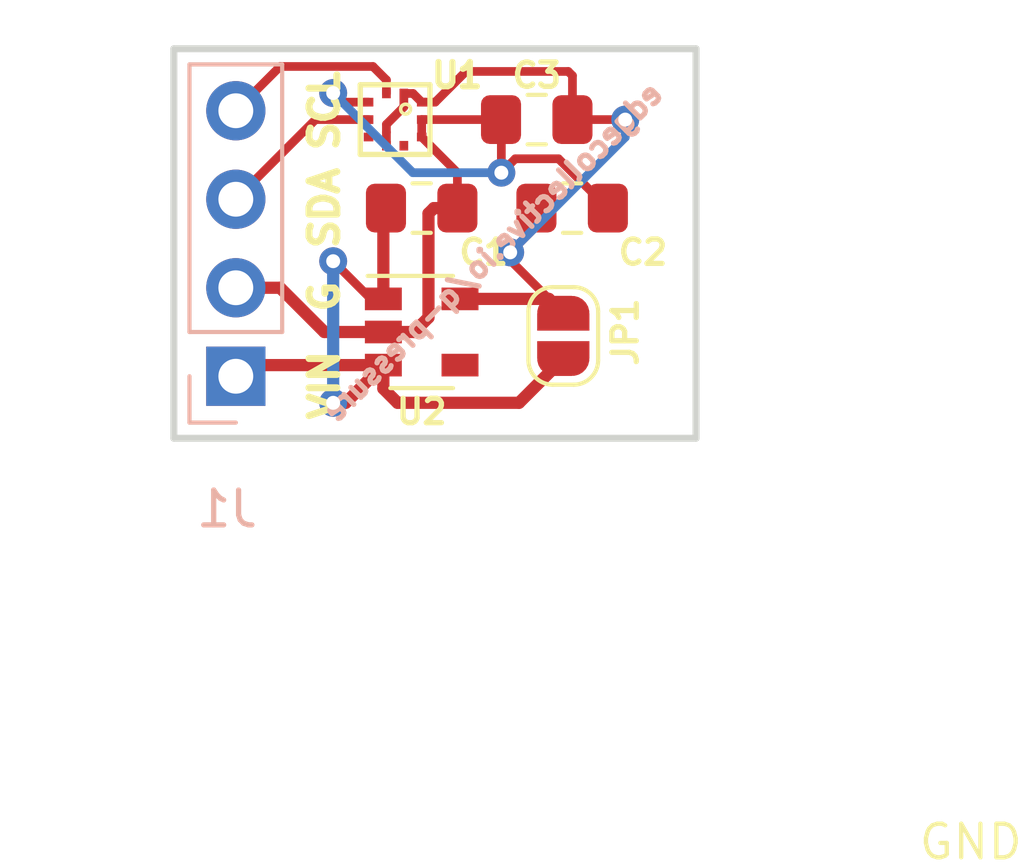
<source format=kicad_pcb>
(kicad_pcb (version 20171130) (host pcbnew 5.0.2-bee76a0~70~ubuntu18.04.1)

  (general
    (thickness 1.6)
    (drawings 11)
    (tracks 68)
    (zones 0)
    (modules 7)
    (nets 6)
  )

  (page A4)
  (layers
    (0 Top signal)
    (31 Bottom signal)
    (32 B.Adhes user)
    (33 F.Adhes user)
    (34 B.Paste user)
    (35 F.Paste user)
    (36 B.SilkS user)
    (37 F.SilkS user)
    (38 B.Mask user)
    (39 F.Mask user)
    (40 Dwgs.User user)
    (41 Cmts.User user)
    (42 Eco1.User user)
    (43 Eco2.User user)
    (44 Edge.Cuts user)
    (45 Margin user)
    (46 B.CrtYd user)
    (47 F.CrtYd user)
    (48 B.Fab user)
    (49 F.Fab user)
  )

  (setup
    (last_trace_width 0.25)
    (user_trace_width 0.35)
    (trace_clearance 0.2)
    (zone_clearance 0.508)
    (zone_45_only no)
    (trace_min 0.2)
    (segment_width 0.2)
    (edge_width 0.15)
    (via_size 0.8)
    (via_drill 0.4)
    (via_min_size 0.4)
    (via_min_drill 0.3)
    (uvia_size 0.3)
    (uvia_drill 0.1)
    (uvias_allowed no)
    (uvia_min_size 0.2)
    (uvia_min_drill 0.1)
    (pcb_text_width 0.3)
    (pcb_text_size 1.5 1.5)
    (mod_edge_width 0.15)
    (mod_text_size 1 1)
    (mod_text_width 0.15)
    (pad_size 1.524 1.524)
    (pad_drill 0.762)
    (pad_to_mask_clearance 0.051)
    (solder_mask_min_width 0.25)
    (aux_axis_origin 0 0)
    (visible_elements FFFDFF7F)
    (pcbplotparams
      (layerselection 0x010fc_ffffffff)
      (usegerberextensions false)
      (usegerberattributes false)
      (usegerberadvancedattributes false)
      (creategerberjobfile false)
      (excludeedgelayer true)
      (linewidth 0.100000)
      (plotframeref false)
      (viasonmask false)
      (mode 1)
      (useauxorigin false)
      (hpglpennumber 1)
      (hpglpenspeed 20)
      (hpglpendiameter 15.000000)
      (psnegative false)
      (psa4output false)
      (plotreference true)
      (plotvalue true)
      (plotinvisibletext false)
      (padsonsilk false)
      (subtractmaskfromsilk false)
      (outputformat 1)
      (mirror false)
      (drillshape 1)
      (scaleselection 1)
      (outputdirectory ""))
  )

  (net 0 "")
  (net 1 GND)
  (net 2 3.3V)
  (net 3 VIN)
  (net 4 SCL)
  (net 5 SDA)

  (net_class Default "This is the default net class."
    (clearance 0.2)
    (trace_width 0.25)
    (via_dia 0.8)
    (via_drill 0.4)
    (uvia_dia 0.3)
    (uvia_drill 0.1)
    (add_net 3.3V)
    (add_net GND)
    (add_net SCL)
    (add_net SDA)
    (add_net VIN)
  )

  (module "Adafruit BMP388:BMP388" (layer Top) (tedit 0) (tstamp 5CEB0FD9)
    (at 128.27 88.392)
    (path /7C8C299E06F92037)
    (fp_text reference IC1 (at 0 0) (layer F.SilkS) hide
      (effects (font (size 1.27 1.27) (thickness 0.15)) (justify right top))
    )
    (fp_text value BMP388 (at 0 0) (layer F.SilkS) hide
      (effects (font (size 1.27 1.27) (thickness 0.15)) (justify right top))
    )
    (fp_circle (center 0.3 -0.3) (end 0.441418 -0.3) (layer F.SilkS) (width 0.1016))
    (fp_line (start -1 1) (end -1 -1) (layer F.SilkS) (width 0.1524))
    (fp_line (start 1 1) (end -1 1) (layer F.SilkS) (width 0.1524))
    (fp_line (start 1 -1) (end 1 1) (layer F.SilkS) (width 0.1524))
    (fp_line (start -1 -1) (end 1 -1) (layer F.SilkS) (width 0.1524))
    (pad 1 smd rect (at 0.25 -0.75 180) (size 0.25 0.275) (layers Top F.Paste F.Mask)
      (net 2 3.3V) (solder_mask_margin 0.0508))
    (pad 2 smd rect (at -0.25 -0.75 180) (size 0.25 0.275) (layers Top F.Paste F.Mask)
      (net 4 SCL) (solder_mask_margin 0.0508))
    (pad 5 smd rect (at -0.7625 0.5 90) (size 0.25 0.275) (layers Top F.Paste F.Mask)
      (solder_mask_margin 0.0508))
    (pad 4 smd rect (at -0.7625 0 90) (size 0.25 0.275) (layers Top F.Paste F.Mask)
      (net 5 SDA) (solder_mask_margin 0.0508))
    (pad 3 smd rect (at -0.7625 -0.5 90) (size 0.25 0.275) (layers Top F.Paste F.Mask)
      (net 1 GND) (solder_mask_margin 0.0508))
    (pad 8 smd rect (at 0.7625 0.5 90) (size 0.25 0.275) (layers Top F.Paste F.Mask)
      (net 1 GND) (solder_mask_margin 0.0508))
    (pad 10 smd rect (at 0.7625 -0.5 90) (size 0.25 0.275) (layers Top F.Paste F.Mask)
      (net 2 3.3V) (solder_mask_margin 0.0508))
    (pad 9 smd rect (at 0.7625 0 90) (size 0.25 0.275) (layers Top F.Paste F.Mask)
      (net 1 GND) (solder_mask_margin 0.0508))
    (pad 7 smd rect (at 0.25 0.75 180) (size 0.25 0.275) (layers Top F.Paste F.Mask)
      (solder_mask_margin 0.0508))
    (pad 6 smd rect (at -0.25 0.75 180) (size 0.25 0.275) (layers Top F.Paste F.Mask)
      (net 2 3.3V) (solder_mask_margin 0.0508))
  )

  (module Capacitor_SMD:C_0805_2012Metric_Pad1.15x1.40mm_HandSolder (layer Top) (tedit 5CEB0DE8) (tstamp 5CF7E963)
    (at 129.032 90.932)
    (descr "Capacitor SMD 0805 (2012 Metric), square (rectangular) end terminal, IPC_7351 nominal with elongated pad for handsoldering. (Body size source: https://docs.google.com/spreadsheets/d/1BsfQQcO9C6DZCsRaXUlFlo91Tg2WpOkGARC1WS5S8t0/edit?usp=sharing), generated with kicad-footprint-generator")
    (tags "capacitor handsolder")
    (path /23009AF2D1512118)
    (attr smd)
    (fp_text reference C1 (at 1.778 1.27) (layer F.SilkS)
      (effects (font (size 0.7 0.7) (thickness 0.15)))
    )
    (fp_text value 10uF (at 0 1.65) (layer F.Fab)
      (effects (font (size 1 1) (thickness 0.15)))
    )
    (fp_text user %R (at 0 0) (layer F.Fab)
      (effects (font (size 0.5 0.5) (thickness 0.08)))
    )
    (fp_line (start 1.85 0.95) (end -1.85 0.95) (layer F.CrtYd) (width 0.05))
    (fp_line (start 1.85 -0.95) (end 1.85 0.95) (layer F.CrtYd) (width 0.05))
    (fp_line (start -1.85 -0.95) (end 1.85 -0.95) (layer F.CrtYd) (width 0.05))
    (fp_line (start -1.85 0.95) (end -1.85 -0.95) (layer F.CrtYd) (width 0.05))
    (fp_line (start -0.261252 0.71) (end 0.261252 0.71) (layer F.SilkS) (width 0.12))
    (fp_line (start -0.261252 -0.71) (end 0.261252 -0.71) (layer F.SilkS) (width 0.12))
    (fp_line (start 1 0.6) (end -1 0.6) (layer F.Fab) (width 0.1))
    (fp_line (start 1 -0.6) (end 1 0.6) (layer F.Fab) (width 0.1))
    (fp_line (start -1 -0.6) (end 1 -0.6) (layer F.Fab) (width 0.1))
    (fp_line (start -1 0.6) (end -1 -0.6) (layer F.Fab) (width 0.1))
    (pad 2 smd roundrect (at 1.025 0) (size 1.15 1.4) (layers Top F.Paste F.Mask) (roundrect_rratio 0.217391)
      (net 1 GND))
    (pad 1 smd roundrect (at -1.025 0) (size 1.15 1.4) (layers Top F.Paste F.Mask) (roundrect_rratio 0.217391)
      (net 3 VIN))
    (model ${KISYS3DMOD}/Capacitor_SMD.3dshapes/C_0805_2012Metric.wrl
      (at (xyz 0 0 0))
      (scale (xyz 1 1 1))
      (rotate (xyz 0 0 0))
    )
  )

  (module Capacitor_SMD:C_0805_2012Metric_Pad1.15x1.40mm_HandSolder (layer Top) (tedit 5CEB0DEF) (tstamp 5CF7EE60)
    (at 133.35 90.932)
    (descr "Capacitor SMD 0805 (2012 Metric), square (rectangular) end terminal, IPC_7351 nominal with elongated pad for handsoldering. (Body size source: https://docs.google.com/spreadsheets/d/1BsfQQcO9C6DZCsRaXUlFlo91Tg2WpOkGARC1WS5S8t0/edit?usp=sharing), generated with kicad-footprint-generator")
    (tags "capacitor handsolder")
    (path /4ED27554B94C3227)
    (attr smd)
    (fp_text reference C2 (at 2.032 1.27) (layer F.SilkS)
      (effects (font (size 0.7 0.7) (thickness 0.15)))
    )
    (fp_text value 0.1uF (at 0 1.65) (layer F.Fab)
      (effects (font (size 1 1) (thickness 0.15)))
    )
    (fp_line (start -1 0.6) (end -1 -0.6) (layer F.Fab) (width 0.1))
    (fp_line (start -1 -0.6) (end 1 -0.6) (layer F.Fab) (width 0.1))
    (fp_line (start 1 -0.6) (end 1 0.6) (layer F.Fab) (width 0.1))
    (fp_line (start 1 0.6) (end -1 0.6) (layer F.Fab) (width 0.1))
    (fp_line (start -0.261252 -0.71) (end 0.261252 -0.71) (layer F.SilkS) (width 0.12))
    (fp_line (start -0.261252 0.71) (end 0.261252 0.71) (layer F.SilkS) (width 0.12))
    (fp_line (start -1.85 0.95) (end -1.85 -0.95) (layer F.CrtYd) (width 0.05))
    (fp_line (start -1.85 -0.95) (end 1.85 -0.95) (layer F.CrtYd) (width 0.05))
    (fp_line (start 1.85 -0.95) (end 1.85 0.95) (layer F.CrtYd) (width 0.05))
    (fp_line (start 1.85 0.95) (end -1.85 0.95) (layer F.CrtYd) (width 0.05))
    (fp_text user %R (at 0 0) (layer F.Fab)
      (effects (font (size 0.5 0.5) (thickness 0.08)))
    )
    (pad 1 smd roundrect (at -1.025 0) (size 1.15 1.4) (layers Top F.Paste F.Mask) (roundrect_rratio 0.217391)
      (net 2 3.3V))
    (pad 2 smd roundrect (at 1.025 0) (size 1.15 1.4) (layers Top F.Paste F.Mask) (roundrect_rratio 0.217391)
      (net 1 GND))
    (model ${KISYS3DMOD}/Capacitor_SMD.3dshapes/C_0805_2012Metric.wrl
      (at (xyz 0 0 0))
      (scale (xyz 1 1 1))
      (rotate (xyz 0 0 0))
    )
  )

  (module Capacitor_SMD:C_0805_2012Metric_Pad1.15x1.40mm_HandSolder (layer Top) (tedit 5CEB0E16) (tstamp 5CF7FC50)
    (at 132.334 88.392 180)
    (descr "Capacitor SMD 0805 (2012 Metric), square (rectangular) end terminal, IPC_7351 nominal with elongated pad for handsoldering. (Body size source: https://docs.google.com/spreadsheets/d/1BsfQQcO9C6DZCsRaXUlFlo91Tg2WpOkGARC1WS5S8t0/edit?usp=sharing), generated with kicad-footprint-generator")
    (tags "capacitor handsolder")
    (path /BCDE55D9FA3B87C3)
    (attr smd)
    (fp_text reference C3 (at 0 1.27 180) (layer F.SilkS)
      (effects (font (size 0.7 0.7) (thickness 0.15)))
    )
    (fp_text value 10uF (at 0 1.65 180) (layer F.Fab)
      (effects (font (size 1 1) (thickness 0.15)))
    )
    (fp_line (start -1 0.6) (end -1 -0.6) (layer F.Fab) (width 0.1))
    (fp_line (start -1 -0.6) (end 1 -0.6) (layer F.Fab) (width 0.1))
    (fp_line (start 1 -0.6) (end 1 0.6) (layer F.Fab) (width 0.1))
    (fp_line (start 1 0.6) (end -1 0.6) (layer F.Fab) (width 0.1))
    (fp_line (start -0.261252 -0.71) (end 0.261252 -0.71) (layer F.SilkS) (width 0.12))
    (fp_line (start -0.261252 0.71) (end 0.261252 0.71) (layer F.SilkS) (width 0.12))
    (fp_line (start -1.85 0.95) (end -1.85 -0.95) (layer F.CrtYd) (width 0.05))
    (fp_line (start -1.85 -0.95) (end 1.85 -0.95) (layer F.CrtYd) (width 0.05))
    (fp_line (start 1.85 -0.95) (end 1.85 0.95) (layer F.CrtYd) (width 0.05))
    (fp_line (start 1.85 0.95) (end -1.85 0.95) (layer F.CrtYd) (width 0.05))
    (fp_text user %R (at 0 0 180) (layer F.Fab)
      (effects (font (size 0.5 0.5) (thickness 0.08)))
    )
    (pad 1 smd roundrect (at -1.025 0 180) (size 1.15 1.4) (layers Top F.Paste F.Mask) (roundrect_rratio 0.217391)
      (net 2 3.3V))
    (pad 2 smd roundrect (at 1.025 0 180) (size 1.15 1.4) (layers Top F.Paste F.Mask) (roundrect_rratio 0.217391)
      (net 1 GND))
    (model ${KISYS3DMOD}/Capacitor_SMD.3dshapes/C_0805_2012Metric.wrl
      (at (xyz 0 0 0))
      (scale (xyz 1 1 1))
      (rotate (xyz 0 0 0))
    )
  )

  (module Package_TO_SOT_SMD:SOT-23-5 (layer Top) (tedit 5CEB0E00) (tstamp 5CF7EC35)
    (at 129.032 94.488)
    (descr "5-pin SOT23 package")
    (tags SOT-23-5)
    (path /8DB0DD7560D488E9)
    (attr smd)
    (fp_text reference U2 (at 0 2.286) (layer F.SilkS)
      (effects (font (size 0.7 0.7) (thickness 0.15)))
    )
    (fp_text value MIC5225-3.3 (at 0 2.9) (layer F.Fab)
      (effects (font (size 1 1) (thickness 0.15)))
    )
    (fp_text user %R (at 0 0 90) (layer F.Fab)
      (effects (font (size 0.5 0.5) (thickness 0.075)))
    )
    (fp_line (start -0.9 1.61) (end 0.9 1.61) (layer F.SilkS) (width 0.12))
    (fp_line (start 0.9 -1.61) (end -1.55 -1.61) (layer F.SilkS) (width 0.12))
    (fp_line (start -1.9 -1.8) (end 1.9 -1.8) (layer F.CrtYd) (width 0.05))
    (fp_line (start 1.9 -1.8) (end 1.9 1.8) (layer F.CrtYd) (width 0.05))
    (fp_line (start 1.9 1.8) (end -1.9 1.8) (layer F.CrtYd) (width 0.05))
    (fp_line (start -1.9 1.8) (end -1.9 -1.8) (layer F.CrtYd) (width 0.05))
    (fp_line (start -0.9 -0.9) (end -0.25 -1.55) (layer F.Fab) (width 0.1))
    (fp_line (start 0.9 -1.55) (end -0.25 -1.55) (layer F.Fab) (width 0.1))
    (fp_line (start -0.9 -0.9) (end -0.9 1.55) (layer F.Fab) (width 0.1))
    (fp_line (start 0.9 1.55) (end -0.9 1.55) (layer F.Fab) (width 0.1))
    (fp_line (start 0.9 -1.55) (end 0.9 1.55) (layer F.Fab) (width 0.1))
    (pad 1 smd rect (at -1.1 -0.95) (size 1.06 0.65) (layers Top F.Paste F.Mask)
      (net 3 VIN))
    (pad 2 smd rect (at -1.1 0) (size 1.06 0.65) (layers Top F.Paste F.Mask)
      (net 1 GND))
    (pad 3 smd rect (at -1.1 0.95) (size 1.06 0.65) (layers Top F.Paste F.Mask)
      (net 3 VIN))
    (pad 4 smd rect (at 1.1 0.95) (size 1.06 0.65) (layers Top F.Paste F.Mask))
    (pad 5 smd rect (at 1.1 -0.95) (size 1.06 0.65) (layers Top F.Paste F.Mask)
      (net 2 3.3V))
    (model ${KISYS3DMOD}/Package_TO_SOT_SMD.3dshapes/SOT-23-5.wrl
      (at (xyz 0 0 0))
      (scale (xyz 1 1 1))
      (rotate (xyz 0 0 0))
    )
  )

  (module Connector_PinHeader_2.54mm:PinHeader_1x04_P2.54mm_Vertical (layer Bottom) (tedit 59FED5CC) (tstamp 5CF7E80F)
    (at 123.698 95.758)
    (descr "Through hole straight pin header, 1x04, 2.54mm pitch, single row")
    (tags "Through hole pin header THT 1x04 2.54mm single row")
    (path /5CEB11E1)
    (fp_text reference J1 (at -0.254 3.81) (layer B.SilkS)
      (effects (font (size 1 1) (thickness 0.15)) (justify mirror))
    )
    (fp_text value Conn_01x04_Male (at 0 -9.95) (layer B.Fab)
      (effects (font (size 1 1) (thickness 0.15)) (justify mirror))
    )
    (fp_line (start -0.635 1.27) (end 1.27 1.27) (layer B.Fab) (width 0.1))
    (fp_line (start 1.27 1.27) (end 1.27 -8.89) (layer B.Fab) (width 0.1))
    (fp_line (start 1.27 -8.89) (end -1.27 -8.89) (layer B.Fab) (width 0.1))
    (fp_line (start -1.27 -8.89) (end -1.27 0.635) (layer B.Fab) (width 0.1))
    (fp_line (start -1.27 0.635) (end -0.635 1.27) (layer B.Fab) (width 0.1))
    (fp_line (start -1.33 -8.95) (end 1.33 -8.95) (layer B.SilkS) (width 0.12))
    (fp_line (start -1.33 -1.27) (end -1.33 -8.95) (layer B.SilkS) (width 0.12))
    (fp_line (start 1.33 -1.27) (end 1.33 -8.95) (layer B.SilkS) (width 0.12))
    (fp_line (start -1.33 -1.27) (end 1.33 -1.27) (layer B.SilkS) (width 0.12))
    (fp_line (start -1.33 0) (end -1.33 1.33) (layer B.SilkS) (width 0.12))
    (fp_line (start -1.33 1.33) (end 0 1.33) (layer B.SilkS) (width 0.12))
    (fp_line (start -1.8 1.8) (end -1.8 -9.4) (layer B.CrtYd) (width 0.05))
    (fp_line (start -1.8 -9.4) (end 1.8 -9.4) (layer B.CrtYd) (width 0.05))
    (fp_line (start 1.8 -9.4) (end 1.8 1.8) (layer B.CrtYd) (width 0.05))
    (fp_line (start 1.8 1.8) (end -1.8 1.8) (layer B.CrtYd) (width 0.05))
    (fp_text user %R (at 0 -3.81 -90) (layer B.Fab)
      (effects (font (size 1 1) (thickness 0.15)) (justify mirror))
    )
    (pad 1 thru_hole rect (at 0 0) (size 1.7 1.7) (drill 1) (layers *.Cu *.Mask)
      (net 3 VIN))
    (pad 2 thru_hole oval (at 0 -2.54) (size 1.7 1.7) (drill 1) (layers *.Cu *.Mask)
      (net 1 GND))
    (pad 3 thru_hole oval (at 0 -5.08) (size 1.7 1.7) (drill 1) (layers *.Cu *.Mask)
      (net 5 SDA))
    (pad 4 thru_hole oval (at 0 -7.62) (size 1.7 1.7) (drill 1) (layers *.Cu *.Mask)
      (net 4 SCL))
    (model ${KISYS3DMOD}/Connector_PinHeader_2.54mm.3dshapes/PinHeader_1x04_P2.54mm_Vertical.wrl
      (at (xyz 0 0 0))
      (scale (xyz 1 1 1))
      (rotate (xyz 0 0 0))
    )
  )

  (module Jumper:SolderJumper-2_P1.3mm_Open_RoundedPad1.0x1.5mm (layer Top) (tedit 5CEB0DF6) (tstamp 5CF7E821)
    (at 133.096 94.6 90)
    (descr "SMD Solder Jumper, 1x1.5mm, rounded Pads, 0.3mm gap, open")
    (tags "solder jumper open")
    (path /5CEB1B60)
    (attr virtual)
    (fp_text reference JP1 (at 0.112 1.778 90) (layer F.SilkS)
      (effects (font (size 0.7 0.7) (thickness 0.15)))
    )
    (fp_text value SolderJumper_2_Open (at 0 1.9 90) (layer F.Fab)
      (effects (font (size 1 1) (thickness 0.15)))
    )
    (fp_arc (start 0.7 -0.3) (end 1.4 -0.3) (angle -90) (layer F.SilkS) (width 0.12))
    (fp_arc (start 0.7 0.3) (end 0.7 1) (angle -90) (layer F.SilkS) (width 0.12))
    (fp_arc (start -0.7 0.3) (end -1.4 0.3) (angle -90) (layer F.SilkS) (width 0.12))
    (fp_arc (start -0.7 -0.3) (end -0.7 -1) (angle -90) (layer F.SilkS) (width 0.12))
    (fp_line (start -1.4 0.3) (end -1.4 -0.3) (layer F.SilkS) (width 0.12))
    (fp_line (start 0.7 1) (end -0.7 1) (layer F.SilkS) (width 0.12))
    (fp_line (start 1.4 -0.3) (end 1.4 0.3) (layer F.SilkS) (width 0.12))
    (fp_line (start -0.7 -1) (end 0.7 -1) (layer F.SilkS) (width 0.12))
    (fp_line (start -1.65 -1.25) (end 1.65 -1.25) (layer F.CrtYd) (width 0.05))
    (fp_line (start -1.65 -1.25) (end -1.65 1.25) (layer F.CrtYd) (width 0.05))
    (fp_line (start 1.65 1.25) (end 1.65 -1.25) (layer F.CrtYd) (width 0.05))
    (fp_line (start 1.65 1.25) (end -1.65 1.25) (layer F.CrtYd) (width 0.05))
    (pad 1 smd custom (at -0.65 0 90) (size 1 0.5) (layers Top F.Mask)
      (net 3 VIN) (zone_connect 0)
      (options (clearance outline) (anchor rect))
      (primitives
        (gr_circle (center 0 0.25) (end 0.5 0.25) (width 0))
        (gr_circle (center 0 -0.25) (end 0.5 -0.25) (width 0))
        (gr_poly (pts
           (xy 0 -0.75) (xy 0.5 -0.75) (xy 0.5 0.75) (xy 0 0.75)) (width 0))
      ))
    (pad 2 smd custom (at 0.65 0 90) (size 1 0.5) (layers Top F.Mask)
      (net 2 3.3V) (zone_connect 0)
      (options (clearance outline) (anchor rect))
      (primitives
        (gr_circle (center 0 0.25) (end 0.5 0.25) (width 0))
        (gr_circle (center 0 -0.25) (end 0.5 -0.25) (width 0))
        (gr_poly (pts
           (xy 0 -0.75) (xy -0.5 -0.75) (xy -0.5 0.75) (xy 0 0.75)) (width 0))
      ))
  )

  (gr_text edgecollective.io/q-pressure (at 131.064 92.202 45) (layer B.SilkS) (tstamp 5CF7FACE)
    (effects (font (size 0.6 0.6) (thickness 0.15)) (justify mirror))
  )
  (gr_text U1 (at 130.048 87.122) (layer F.SilkS)
    (effects (font (size 0.7 0.7) (thickness 0.175)))
  )
  (gr_line (start 136.906 86.36) (end 136.906 97.536) (layer Edge.Cuts) (width 0.2))
  (gr_line (start 121.92 86.36) (end 121.92 97.536) (layer Edge.Cuts) (width 0.2))
  (gr_line (start 121.92 97.536) (end 136.906 97.536) (layer Edge.Cuts) (width 0.2))
  (gr_line (start 121.92 86.36) (end 136.906 86.36) (layer Edge.Cuts) (width 0.2))
  (gr_text SCL (at 126.238 88.138 90) (layer F.SilkS) (tstamp 5CF7F09C)
    (effects (font (size 0.8 0.8) (thickness 0.2)))
  )
  (gr_text SDA (at 126.238 90.932 90) (layer F.SilkS) (tstamp 5CF7F09A)
    (effects (font (size 0.8 0.8) (thickness 0.2)))
  )
  (gr_text G (at 126.238 93.472 90) (layer F.SilkS) (tstamp 5CF7F095)
    (effects (font (size 0.8 0.8) (thickness 0.2)))
  )
  (gr_text VIN (at 126.238 96.012 90) (layer F.SilkS)
    (effects (font (size 0.8 0.8) (thickness 0.2)))
  )
  (gr_text GND (at 146.3421 108.5596) (layer F.SilkS) (tstamp 55B9C934B770)
    (effects (font (size 0.9652 0.9652) (thickness 0.12192)) (justify right top))
  )

  (segment (start 129.382 90.932) (end 130.057 90.932) (width 0.35) (layer Top) (net 1))
  (segment (start 129.226999 91.087001) (end 129.382 90.932) (width 0.35) (layer Top) (net 1))
  (segment (start 129.226999 94.073001) (end 129.226999 91.087001) (width 0.35) (layer Top) (net 1))
  (segment (start 128.812 94.488) (end 129.226999 94.073001) (width 0.35) (layer Top) (net 1))
  (segment (start 127.932 94.488) (end 128.812 94.488) (width 0.35) (layer Top) (net 1))
  (segment (start 131.309 88.392) (end 129.0325 88.392) (width 0.25) (layer Top) (net 1))
  (segment (start 130.057 89.9165) (end 129.0325 88.892) (width 0.25) (layer Top) (net 1))
  (segment (start 130.057 90.932) (end 130.057 89.9165) (width 0.25) (layer Top) (net 1))
  (segment (start 129.0325 88.392) (end 129.0325 88.892) (width 0.25) (layer Top) (net 1))
  (via (at 126.492 87.63) (size 0.8) (drill 0.4) (layers Top Bottom) (net 1))
  (segment (start 127.5075 87.892) (end 126.754 87.892) (width 0.25) (layer Top) (net 1))
  (segment (start 126.754 87.892) (end 126.492 87.63) (width 0.25) (layer Top) (net 1))
  (via (at 131.318 89.916) (size 0.8) (drill 0.4) (layers Top Bottom) (net 1))
  (segment (start 126.492 87.63) (end 128.778 89.916) (width 0.25) (layer Bottom) (net 1))
  (segment (start 128.778 89.916) (end 131.318 89.916) (width 0.25) (layer Bottom) (net 1))
  (segment (start 131.318 88.401) (end 131.309 88.392) (width 0.25) (layer Top) (net 1))
  (segment (start 131.318 89.916) (end 131.318 88.401) (width 0.25) (layer Top) (net 1))
  (segment (start 132.959001 89.516001) (end 133.751628 90.308628) (width 0.25) (layer Top) (net 1))
  (segment (start 133.751628 90.308628) (end 134.375 90.932) (width 0.25) (layer Top) (net 1))
  (segment (start 131.717999 89.516001) (end 132.959001 89.516001) (width 0.25) (layer Top) (net 1))
  (segment (start 131.318 89.916) (end 131.717999 89.516001) (width 0.25) (layer Top) (net 1))
  (segment (start 124.968 93.218) (end 123.698 93.218) (width 0.35) (layer Top) (net 1))
  (segment (start 127.932 94.488) (end 126.238 94.488) (width 0.35) (layer Top) (net 1))
  (segment (start 126.238 94.488) (end 124.968 93.218) (width 0.35) (layer Top) (net 1))
  (segment (start 132.684 93.538) (end 133.096 93.95) (width 0.35) (layer Top) (net 2))
  (segment (start 130.132 93.538) (end 132.684 93.538) (width 0.35) (layer Top) (net 2))
  (segment (start 128.7825 87.642) (end 129.0325 87.892) (width 0.25) (layer Top) (net 2))
  (segment (start 128.52 87.642) (end 128.7825 87.642) (width 0.25) (layer Top) (net 2))
  (segment (start 128.02 88.7545) (end 128.02 89.142) (width 0.25) (layer Top) (net 2))
  (segment (start 128.02 88.5295) (end 128.02 88.7545) (width 0.25) (layer Top) (net 2))
  (segment (start 128.52 88.0295) (end 128.02 88.5295) (width 0.25) (layer Top) (net 2))
  (segment (start 128.52 87.642) (end 128.52 88.0295) (width 0.25) (layer Top) (net 2))
  (segment (start 133.359 87.131) (end 133.359 88.392) (width 0.25) (layer Top) (net 2))
  (segment (start 133.238 87.01) (end 133.359 87.131) (width 0.25) (layer Top) (net 2))
  (segment (start 130.302 87.01) (end 133.238 87.01) (width 0.25) (layer Top) (net 2))
  (segment (start 129.0325 87.892) (end 129.42 87.892) (width 0.25) (layer Top) (net 2))
  (segment (start 129.42 87.892) (end 130.302 87.01) (width 0.25) (layer Top) (net 2))
  (via (at 131.572 92.202) (size 0.8) (drill 0.4) (layers Top Bottom) (net 2))
  (segment (start 132.325 90.932) (end 132.325 91.449) (width 0.25) (layer Top) (net 2))
  (segment (start 132.325 91.449) (end 131.572 92.202) (width 0.25) (layer Top) (net 2))
  (via (at 134.874 88.392) (size 0.8) (drill 0.4) (layers Top Bottom) (net 2))
  (segment (start 131.572 92.202) (end 134.874 88.9) (width 0.25) (layer Bottom) (net 2))
  (segment (start 134.874 88.9) (end 134.874 88.392) (width 0.25) (layer Bottom) (net 2))
  (segment (start 134.874 88.392) (end 133.359 88.392) (width 0.25) (layer Top) (net 2))
  (segment (start 131.572 92.426) (end 133.096 93.95) (width 0.25) (layer Top) (net 2))
  (segment (start 131.572 92.202) (end 131.572 92.426) (width 0.25) (layer Top) (net 2))
  (segment (start 127.612 95.758) (end 127.932 95.438) (width 0.35) (layer Top) (net 3))
  (segment (start 127.932 91.007) (end 128.007 90.932) (width 0.35) (layer Top) (net 3))
  (segment (start 127.932 93.538) (end 127.932 91.007) (width 0.35) (layer Top) (net 3))
  (segment (start 127.932 96.113) (end 128.339 96.52) (width 0.35) (layer Top) (net 3))
  (segment (start 127.932 95.438) (end 127.932 96.113) (width 0.35) (layer Top) (net 3))
  (segment (start 131.826 96.52) (end 133.096 95.25) (width 0.35) (layer Top) (net 3))
  (segment (start 128.339 96.52) (end 131.826 96.52) (width 0.35) (layer Top) (net 3))
  (via (at 126.492 92.456) (size 0.8) (drill 0.4) (layers Top Bottom) (net 3))
  (segment (start 127.932 93.538) (end 127.574 93.538) (width 0.25) (layer Top) (net 3))
  (segment (start 127.574 93.538) (end 126.492 92.456) (width 0.25) (layer Top) (net 3))
  (segment (start 124.018 95.438) (end 123.698 95.758) (width 0.35) (layer Top) (net 3))
  (segment (start 127.932 95.438) (end 124.018 95.438) (width 0.35) (layer Top) (net 3))
  (via (at 126.492 96.52) (size 0.8) (drill 0.4) (layers Top Bottom) (net 3))
  (segment (start 126.492 92.456) (end 126.492 96.52) (width 0.35) (layer Bottom) (net 3))
  (segment (start 126.85 96.52) (end 127.932 95.438) (width 0.35) (layer Top) (net 3))
  (segment (start 126.492 96.52) (end 126.85 96.52) (width 0.35) (layer Top) (net 3))
  (segment (start 127.6335 86.868) (end 124.968 86.868) (width 0.25) (layer Top) (net 4))
  (segment (start 124.968 86.868) (end 123.698 88.138) (width 0.25) (layer Top) (net 4))
  (segment (start 128.02 87.642) (end 128.02 87.2545) (width 0.25) (layer Top) (net 4))
  (segment (start 128.02 87.2545) (end 127.6335 86.868) (width 0.25) (layer Top) (net 4))
  (segment (start 125.984 88.392) (end 123.698 90.678) (width 0.25) (layer Top) (net 5))
  (segment (start 125.984 88.392) (end 127.5075 88.392) (width 0.25) (layer Top) (net 5))

)

</source>
